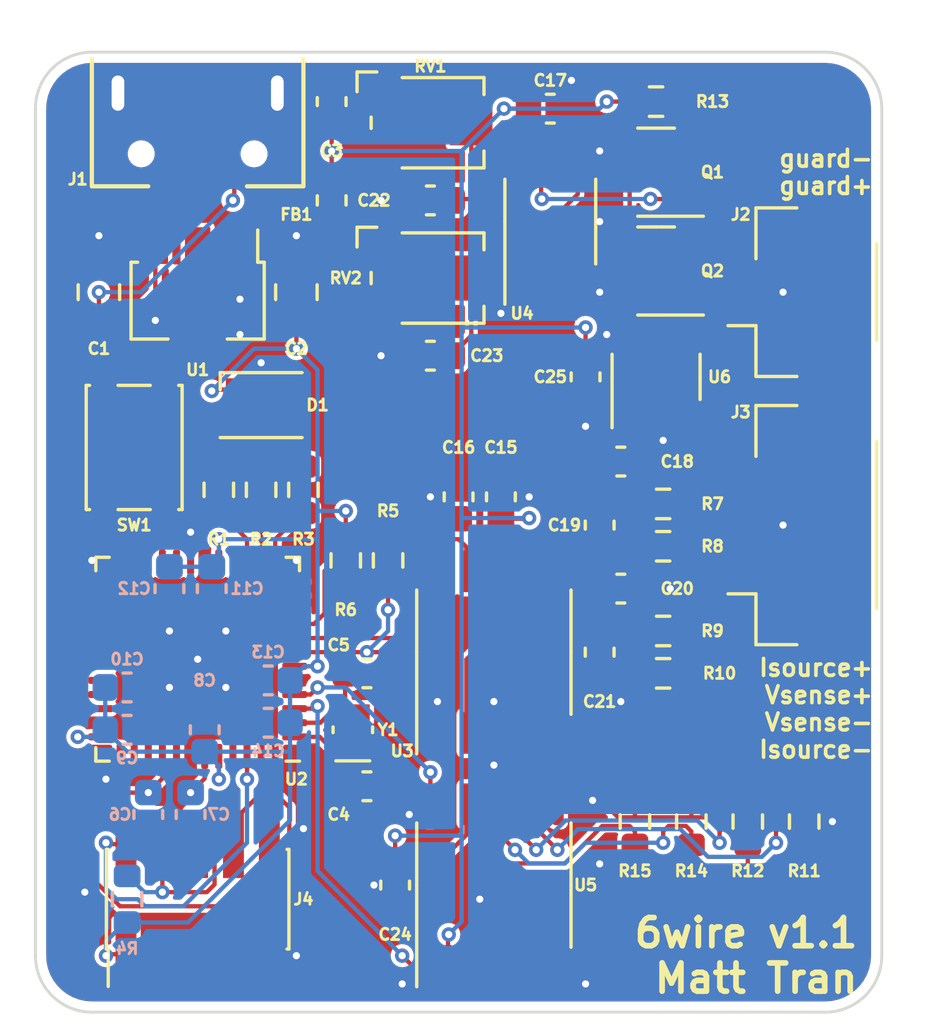
<source format=kicad_pcb>
(kicad_pcb (version 20240108) (generator "pcbnew") (generator_version "8.0")
  (layers (0 "F.Cu" signal) (31 "B.Cu" signal) (34 "B.Paste" user) (35 "F.Paste" user) (36 "B.SilkS" user "B.Silkscreen") (37 "F.SilkS" user "F.Silkscreen") (38 "B.Mask" user) (39 "F.Mask" user) (44 "Edge.Cuts" user))
  (net 0 "")
  (net 1 "GND")
  (net 2 "+5V")
  (net 3 "+3V3")
  (net 4 "+3.3VA")
  (net 5 "Net-(C4-Pad2)")
  (net 6 "Net-(C5-Pad2)")
  (net 7 "/samd21g16b/RST")
  (net 8 "Net-(C7-Pad2)")
  (net 9 "Net-(C18-Pad2)")
  (net 10 "Net-(C19-Pad2)")
  (net 11 "Net-(C21-Pad1)")
  (net 12 "Net-(C21-Pad2)")
  (net 13 "Net-(C22-Pad1)")
  (net 14 "Net-(C23-Pad1)")
  (net 15 "Net-(D1-Pad2)")
  (net 16 "Net-(D1-Pad3)")
  (net 17 "Net-(D1-Pad4)")
  (net 18 "/samd21g16b/USB_D-")
  (net 19 "/samd21g16b/USB_D+")
  (net 21 "/guard/guard+")
  (net 22 "/guard/guard-")
  (net 23 "/4wire/Isource+")
  (net 24 "/4wire/Vsense+")
  (net 25 "/4wire/Vsense-")
  (net 26 "/4wire/REF+")
  (net 27 "/samd21g16b/RX")
  (net 28 "/samd21g16b/TX")
  (net 29 "/samd21g16b/SWCLK")
  (net 30 "/samd21g16b/SWDIO")
  (net 31 "Net-(Q1-Pad1)")
  (net 32 "Net-(Q1-Pad2)")
  (net 33 "Net-(Q1-Pad3)")
  (net 34 "/samd21g16b/LED_B")
  (net 35 "/samd21g16b/LED_G")
  (net 36 "/samd21g16b/LED_R")
  (net 37 "/4wire/SDA")
  (net 38 "/4wire/SCL")
  (net 39 "/4wire/REF-")
  (net 40 "Net-(R11-Pad2)")
  (net 41 "Net-(R12-Pad2)")
  (net 42 "Net-(R14-Pad2)")
  (net 43 "Net-(R15-Pad2)")
  (net 44 "/samd21g16b/BUT")
  (net 47 "/4wire/DRDY")
  (net 48 "/4wire/RNG_A0")
  (net 49 "/4wire/RNG_A1")
  (net 72 "Net-(Q2-Pad1)")
  (footprint "Inductor_SMD:L_0603_1608Metric" (layer "F.Cu") (at 154.75 83.75 90)
    (property "Reference" "FB1")
    (property "Value" "Ferrite")
  )
  (footprint "Package_TO_SOT_SMD:SOT-23" (layer "F.Cu") (at 166.25 86.25 180)
    (property "Reference" "Q2")
    (property "Value" "DMP3099L")
  )
  (footprint "Capacitor_SMD:C_0603_1608Metric" (layer "F.Cu") (at 162.5 80.5 180)
    (property "Reference" "C17")
    (property "Value" "100n")
  )
  (footprint "Capacitor_SMD:C_0603_1608Metric" (layer "F.Cu") (at 157 108 -90)
    (property "Reference" "C24")
    (property "Value" "1u")
  )
  (footprint "Capacitor_SMD:C_0603_1608Metric" (layer "F.Cu") (at 158.25 83.75 180)
    (property "Reference" "C22")
    (property "Value" "100n")
  )
  (footprint "Capacitor_SMD:C_0603_1608Metric" (layer "F.Cu") (at 156 100.5 180)
    (property "Reference" "C5")
    (property "Value" "10p")
  )
  (footprint "Package_SO:TSSOP-16_4.4x5mm_P0.65mm" (layer "F.Cu") (at 160.5 99.75 90)
    (property "Reference" "U3")
    (property "Value" "ADS122C04")
  )
  (footprint "Potentiometer_SMD:Potentiometer_Bourns_TC33X_Vertical" (layer "F.Cu") (at 158.25 86.5)
    (property "Reference" "RV2")
    (property "Value" "1M")
  )
  (footprint "Resistor_SMD:R_0603_1608Metric" (layer "F.Cu") (at 166.25 80.25)
    (property "Reference" "R13")
    (property "Value" "10")
  )
  (footprint "Package_SO:MSOP-8_3x3mm_P0.65mm" (layer "F.Cu") (at 162.5 84.5 90)
    (property "Reference" "U4")
    (property "Value" "MCP6L02x-xMS")
  )
  (footprint "LED_SMD:LED_Cree-PLCC4_2x2mm_CW" (layer "F.Cu") (at 152.25 91)
    (property "Reference" "D1")
    (property "Value" "LED_ARGB")
  )
  (footprint "Connector_JST:JST_GH_SM04B-GHS-TB_1x04-1MP_P1.25mm_Horizontal" (layer "F.Cu") (at 171.5 95.25 90)
    (property "Reference" "J3")
    (property "Value" "4wire")
  )
  (footprint "Resistor_SMD:R_0603_1608Metric" (layer "F.Cu") (at 150.75 94 90)
    (property "Reference" "R1")
    (property "Value" "150")
  )
  (footprint "Resistor_SMD:R_0603_1608Metric" (layer "F.Cu") (at 165.5 105.75 -90)
    (property "Reference" "R15")
    (property "Value" "10")
  )
  (footprint "Capacitor_SMD:C_0603_1608Metric" (layer "F.Cu") (at 156 104.5 180)
    (property "Reference" "C4")
    (property "Value" "10p")
  )
  (footprint "Capacitor_SMD:C_0603_1608Metric" (layer "F.Cu") (at 158.25 89.25 180)
    (property "Reference" "C23")
    (property "Value" "100n")
  )
  (footprint "Capacitor_SMD:C_0603_1608Metric" (layer "F.Cu") (at 154.75 80.25 90)
    (property "Reference" "C3")
    (property "Value" "1u")
  )
  (footprint "Resistor_SMD:R_0603_1608Metric" (layer "F.Cu") (at 166.5 96)
    (property "Reference" "R8")
    (property "Value" "1k")
  )
  (footprint "Package_TO_SOT_SMD:SOT-89-3" (layer "F.Cu") (at 150 87 -90)
    (property "Reference" "U1")
    (property "Value" "AZ1117-3.3")
  )
  (footprint "Resistor_SMD:R_0603_1608Metric" (layer "F.Cu") (at 166.5 100.5)
    (property "Reference" "R10")
    (property "Value" "1k")
  )
  (footprint "Capacitor_SMD:C_0805_2012Metric" (layer "F.Cu") (at 146.5 87 -90)
    (property "Reference" "C1")
    (property "Value" "10u")
  )
  (footprint "Resistor_SMD:R_0603_1608Metric" (layer "F.Cu") (at 166.5 94.5)
    (property "Reference" "R7")
    (property "Value" "1k")
  )
  (footprint "Package_TO_SOT_SMD:SOT-23" (layer "F.Cu") (at 166.25 82.75 180)
    (property "Reference" "Q1")
    (property "Value" "DMP3099L")
  )
  (footprint "Crystal:Crystal_SMD_MicroCrystal_CM9V-T1A-2Pin_1.6x1.0mm" (layer "F.Cu") (at 155.5 102.5 90)
    (property "Reference" "Y1")
    (property "Value" "32.768kHz")
  )
  (footprint "extraparts:USB_Micro-B_U254-05" (layer "F.Cu") (at 150 78.5 180)
    (property "Reference" "J1")
    (property "Value" "USB_B_Micro")
  )
  (footprint "Package_TO_SOT_SMD:SOT-23-6" (layer "F.Cu") (at 166.25 90 90)
    (property "Reference" "U6")
    (property "Value" "MAX4238AUT")
  )
  (footprint "Button_Switch_SMD:SW_SPST_PTS810" (layer "F.Cu") (at 147.75 92.5 90)
    (property "Reference" "SW1")
    (property "Value" "BUT")
  )
  (footprint "Resistor_SMD:R_0603_1608Metric" (layer "F.Cu") (at 156.75 96.5 -90)
    (property "Reference" "R5")
    (property "Value" "2k2")
  )
  (footprint "Capacitor_SMD:C_0603_1608Metric" (layer "F.Cu") (at 160.75 94.25 -90)
    (property "Reference" "C15")
    (property "Value" "100n")
  )
  (footprint "Resistor_SMD:R_0603_1608Metric" (layer "F.Cu") (at 169.5 105.75 -90)
    (property "Reference" "R12")
    (property "Value" "10M")
  )
  (footprint "Resistor_SMD:R_0603_1608Metric" (layer "F.Cu") (at 153.75 94 90)
    (property "Reference" "R3")
    (property "Value" "150")
  )
  (footprint "Connector_JST:JST_GH_SM02B-GHS-TB_1x02-1MP_P1.25mm_Horizontal" (layer "F.Cu") (at 171.5 87 90)
    (property "Reference" "J2")
    (property "Value" "guard")
  )
  (footprint "Package_SO:TSSOP-16_4.4x5mm_P0.65mm" (layer "F.Cu") (at 160.5 108 90)
    (property "Reference" "U5")
    (property "Value" "MAX4639EUE")
  )
  (footprint "Capacitor_SMD:C_0603_1608Metric" (layer "F.Cu") (at 164.25 95.25 -90)
    (property "Reference" "C19")
    (property "Value" "100n")
  )
  (footprint "Potentiometer_SMD:Potentiometer_Bourns_TC33X_Vertical" (layer "F.Cu") (at 158.25 81)
    (property "Reference" "RV1")
    (property "Value" "1M")
  )
  (footprint "Capacitor_SMD:C_0603_1608Metric" (layer "F.Cu") (at 165 97.5)
    (property "Reference" "C20")
    (property "Value" "10n")
  )
  (footprint "Capacitor_SMD:C_0603_1608Metric" (layer "F.Cu") (at 163.75 90 -90)
    (property "Reference" "C25")
    (property "Value" "100n")
  )
  (footprint "Resistor_SMD:R_0603_1608Metric" (layer "F.Cu") (at 167.5 105.75 -90)
    (property "Reference" "R14")
    (property "Value" "10k")
  )
  (footprint "Capacitor_SMD:C_0603_1608Metric" (layer "F.Cu") (at 165 93 180)
    (property "Reference" "C18")
    (property "Value" "10n")
  )
  (footprint "Capacitor_SMD:C_0805_2012Metric" (layer "F.Cu") (at 153.5 87 90)
    (property "Reference" "C2")
    (property "Value" "10u")
  )
  (footprint "Resistor_SMD:R_0603_1608Metric" (layer "F.Cu") (at 166.5 99)
    (property "Reference" "R9")
    (property "Value" "1k")
  )
  (footprint "Capacitor_SMD:C_0603_1608Metric" (layer "F.Cu") (at 164.25 99.75 -90)
    (property "Reference" "C21")
    (property "Value" "100n")
  )
  (footprint "Capacitor_SMD:C_0603_1608Metric" (layer "F.Cu") (at 159.25 94.25 90)
    (property "Reference" "C16")
    (property "Value" "100n")
  )
  (footprint "Package_DFN_QFN:QFN-48-1EP_7x7mm_P0.5mm_EP5.15x5.15mm" (layer "F.Cu") (at 150 100 180)
    (property "Reference" "U2")
    (property "Value" "ATSAMD21G16B-M")
  )
  (footprint "Resistor_SMD:R_0603_1608Metric" (layer "F.Cu") (at 152.25 94 90)
    (property "Reference" "R2")
    (property "Value" "150")
  )
  (footprint "Connector_PinHeader_1.27mm:PinHeader_2x05_P1.27mm_Vertical_SMD" (layer "F.Cu") (at 150 108.5 90)
    (property "Reference" "J4")
    (property "Value" "SWD/UART")
  )
  (footprint "Resistor_SMD:R_0603_1608Metric" (layer "F.Cu") (at 171.5 105.75 -90)
    (property "Reference" "R11")
    (property "Value" "DNP")
  )
  (footprint "Resistor_SMD:R_0603_1608Metric" (layer "F.Cu") (at 155.25 96.5 -90)
    (property "Reference" "R6")
    (property "Value" "2k2")
  )
  (footprint "Capacitor_SMD:C_0603_1608Metric" (layer "B.Cu") (at 147.5 102.5)
    (property "Reference" "C9")
    (property "Value" "100n")
  )
  (footprint "Resistor_SMD:R_0603_1608Metric" (layer "B.Cu") (at 147.5 108.5 90)
    (property "Reference" "R4")
    (property "Value" "1k")
  )
  (footprint "Capacitor_SMD:C_0603_1608Metric" (layer "B.Cu") (at 150.25 102.5 90)
    (property "Reference" "C8")
    (property "Value" "100n")
  )
  (footprint "Capacitor_SMD:C_0603_1608Metric" (layer "B.Cu") (at 152.5 100.75 180)
    (property "Reference" "C13")
    (property "Value" "100n")
  )
  (footprint "Capacitor_SMD:C_0603_1608Metric" (layer "B.Cu") (at 150.5 97.5 -90)
    (property "Reference" "C11")
    (property "Value" "100n")
  )
  (footprint "Capacitor_SMD:C_0603_1608Metric" (layer "B.Cu") (at 148.25 105.5 90)
    (property "Reference" "C6")
    (property "Value" "100n")
  )
  (footprint "Capacitor_SMD:C_0603_1608Metric" (layer "B.Cu") (at 149 97.5 -90)
    (property "Reference" "C12")
    (property "Value" "4.7u")
  )
  (footprint "Capacitor_SMD:C_0603_1608Metric" (layer "B.Cu") (at 152.5 102.25 180)
    (property "Reference" "C14")
    (property "Value" "4.7u")
  )
  (footprint "Capacitor_SMD:C_0603_1608Metric" (layer "B.Cu") (at 147.5 101)
    (property "Reference" "C10")
    (property "Value" "4.7u")
  )
  (footprint "Capacitor_SMD:C_0603_1608Metric" (layer "B.Cu") (at 149.75 105.5 90)
    (property "Reference" "C7")
    (property "Value" "4.7u")
  )
  (gr_line (start 172.25 112.5) (end 146.25 112.5) (stroke (width 0.1)) (layer "Edge.Cuts"))
  (gr_arc (start 146.25 112.5) (mid 144.835786 111.914214) (end 144.25 110.5) (stroke (width 0.1)) (layer "Edge.Cuts"))
  (gr_line (start 174.25 80.5) (end 174.25 110.5) (stroke (width 0.1)) (layer "Edge.Cuts"))
  (gr_line (start 146.25 78.5) (end 172.25 78.5) (stroke (width 0.1)) (layer "Edge.Cuts"))
  (gr_arc (start 172.25 78.5) (mid 173.664214 79.085786) (end 174.25 80.5) (stroke (width 0.1)) (layer "Edge.Cuts"))
  (gr_arc (start 144.25 80.5) (mid 144.835786 79.085786) (end 146.25 78.5) (stroke (width 0.1)) (layer "Edge.Cuts"))
  (gr_line (start 144.25 110.5) (end 144.25 80.5) (stroke (width 0.1)) (layer "Edge.Cuts"))
  (gr_arc (start 174.25 110.5) (mid 173.664214 111.914214) (end 172.25 112.5) (stroke (width 0.1)) (layer "Edge.Cuts"))
  (gr_text "6wire v1.1\nMatt Tran" (at 173.5 110.5 0) (layer "F.SilkS") (effects (font (size 1 1) (thickness 0.2)) (justify right)))
  (gr_text "Isource+\nVsense+\nVsense-\nIsource-" (at 174 101.75 0) (layer "F.SilkS") (effects (font (size 0.6 0.6) (thickness 0.127)) (justify right)))
  (gr_text "guard-\nguard+" (at 174 82.75 0) (layer "F.SilkS") (effects (font (size 0.6 0.6) (thickness 0.127)) (justify right)))
  (via (at 151.5 87.25) (size 0.508) (drill 0.254) (layers "F.Cu" "B.Cu") (net 1))
  (via (at 166.5 92.25) (size 0.508) (drill 0.254) (layers "F.Cu" "B.Cu") (net 1))
  (via (at 160.75 87.75) (size 0.508) (drill 0.254) (layers "F.Cu" "B.Cu") (net 1))
  (via (at 148.5 88) (size 0.508) (drill 0.254) (layers "F.Cu" "B.Cu") (net 1))
  (via (at 160.5 103.75) (size 0.508) (drill 0.254) (layers "F.Cu" "B.Cu") (net 1))
  (via (at 164.25 87) (size 0.508) (drill 0.254) (layers "F.Cu" "B.Cu") (net 1))
  (via (at 164.25 84.5) (size 0.508) (drill 0.254) (layers "F.Cu" "B.Cu") (net 1))
  (via (at 164.25 107.25) (size 0.508) (drill 0.254) (layers "F.Cu" "B.Cu") (net 1))
  (via (at 151 101) (size 0.508) (drill 0.254) (layers "F.Cu" "B.Cu") (net 1))
  (via (at 157.5 105.5) (size 0.508) (drill 0.254) (layers "F.Cu" "B.Cu") (net 1))
  (via (at 149.75 95.5) (size 0.508) (drill 0.254) (layers "F.Cu" "B.Cu") (net 1))
  (via (at 149 99) (size 0.508) (drill 0.254) (layers "F.Cu" "B.Cu") (net 1))
  (via (at 146.5 85) (size 0.508) (drill 0.254) (layers "F.Cu" "B.Cu") (net 1))
  (via (at 156.25 108) (size 0.508) (drill 0.254) (layers "F.Cu" "B.Cu") (net 1))
  (via (at 153.75 106) (size 0.508) (drill 0.254) (layers "F.Cu" "B.Cu") (net 1))
  (via (at 146 108.25) (size 0.508) (drill 0.254) (layers "F.Cu" "B.Cu") (net 1))
  (via (at 151.5 88.5) (size 0.508) (drill 0.254) (layers "F.Cu" "B.Cu") (net 1))
  (via (at 165 101.5) (size 0.508) (drill 0.254) (layers "F.Cu" "B.Cu") (net 1))
  (via (at 160 108.5) (size 0.508) (drill 0.254) (layers "F.Cu" "B.Cu") (net 1))
  (via (at 160.5 101.5) (size 0.508) (drill 0.254) (layers "F.Cu" "B.Cu") (net 1))
  (via (at 164.5 88.5) (size 0.508) (drill 0.254) (layers "F.Cu" "B.Cu") (net 1))
  (via (at 157.25 111.5) (size 0.508) (drill 0.254) (layers "F.Cu" "B.Cu") (net 1))
  (via (at 149 101) (size 0.508) (drill 0.254) (layers "F.Cu" "B.Cu") (net 1))
  (via (at 166.75 97.5) (size 0.508) (drill 0.254) (layers "F.Cu" "B.Cu") (net 1))
  (via (at 170.75 87) (size 0.508) (drill 0.254) (layers "F.Cu" "B.Cu") (net 1))
  (via (at 153.5 110.5) (size 0.508) (drill 0.254) (layers "F.Cu" "B.Cu") (net 1))
  (via (at 153.5 85) (size 0.508) (drill 0.254) (layers "F.Cu" "B.Cu") (net 1))
  (via (at 150 100) (size 0.508) (drill 0.254) (layers "F.Cu" "B.Cu") (net 1))
  (via (at 163.75 91.75) (size 0.508) (drill 0.254) (layers "F.Cu" "B.Cu") (net 1))
  (via (at 164.25 82) (size 0.508) (drill 0.254) (layers "F.Cu" "B.Cu") (net 1))
  (via (at 151 99) (size 0.508) (drill 0.254) (layers "F.Cu" "B.Cu") (net 1))
  (via (at 158.5 101.5) (size 0.508) (drill 0.254) (layers "F.Cu" "B.Cu") (net 1))
  (via (at 156.5 83.75) (size 0.508) (drill 0.254) (layers "F.Cu" "B.Cu") (net 1))
  (via (at 158.25 94.25) (size 0.508) (drill 0.254) (layers "F.Cu" "B.Cu") (net 1))
  (via (at 170.75 95.25) (size 0.508) (drill 0.254) (layers "F.Cu" "B.Cu") (net 1))
  (via (at 161.75 94.25) (size 0.508) (drill 0.254) (layers "F.Cu" "B.Cu") (net 1))
  (via (at 172.5 105.75) (size 0.508) (drill 0.254) (layers "F.Cu" "B.Cu") (net 1))
  (via (at 152.25 89.5) (size 0.508) (drill 0.254) (layers "F.Cu" "B.Cu") (net 1))
  (via (at 153.5 96.5) (size 0.508) (drill 0.254) (layers "F.Cu" "B.Cu") (net 1))
  (via (at 146.75 104.25) (size 0.508) (drill 0.254) (layers "F.Cu" "B.Cu") (net 1))
  (via (at 146.25 96.5) (size 0.508) (drill 0.254) (layers "F.Cu" "B.Cu") (net 1))
  (via (at 156.5 89.25) (size 0.508) (drill 0.254) (layers "F.Cu" "B.Cu") (net 1))
  (via (at 163.25 79.5) (size 0.508) (drill 0.254) (layers "F.Cu" "B.Cu") (net 1))
  (via (at 164 105) (size 0.508) (drill 0.254) (layers "F.Cu" "B.Cu") (net 1))
  (via (at 163.75 111.5) (size 0.508) (drill 0.254) (layers "F.Cu" "B.Cu") (net 1))
  (segment (start 146.5 87.95) (end 146.5 87) (width 0.1524) (layer "F.Cu") (net 2))
  (segment (start 147.55 87.95) (end 148.5 87) (width 0.1524) (layer "F.Cu") (net 2))
  (segment (start 146.5 87.95) (end 147.55 87.95) (width 0.1524) (layer "F.Cu") (net 2))
  (segment (start 148.5 87) (end 148.5 85.35) (width 0.1524) (layer "F.Cu") (net 2))
  (segment (start 151.3 82.6) (end 151.3 83.7) (width 0.1524) (layer "F.Cu") (net 2))
  (segment (start 151.3 83.7) (end 151.25 83.75) (width 0.1524) (layer "F.Cu") (net 2))
  (via (at 146.5 87) (size 0.508) (drill 0.254) (layers "F.Cu" "B.Cu") (net 2))
  (via (at 151.25 83.75) (size 0.508) (drill 0.254) (layers "F.Cu" "B.Cu") (net 2))
  (segment (start 146.5 87) (end 148 87) (width 0.1524) (layer "B.Cu") (net 2))
  (segment (start 148 87) (end 151.25 83.75) (width 0.1524) (layer "B.Cu") (net 2))
  (segment (start 159.25 95.025) (end 157.475 95.025) (width 0.1524) (layer "F.Cu") (net 3))
  (segment (start 147.46 110.45) (end 146.8 110.45) (width 0.1524) (layer "F.Cu") (net 3))
  (segment (start 146.5625 102.75) (end 145.75 102.75) (width 0.1524) (layer "F.Cu") (net 3))
  (segment (start 159.525 100.00625) (end 159.525 102.6125) (width 0.1524) (layer "F.Cu") (net 3))
  (segment (start 155.25 95.675) (end 155.25 94.75) (width 0.1524) (layer "F.Cu") (net 3))
  (segment (start 150.75 103.4375) (end 150.75 104.25) (width 0.1524) (layer "F.Cu") (net 3))
  (segment (start 153.75 87.95) (end 153.5 87.95) (width 0.1524) (layer "F.Cu") (net 3))
  (segment (start 154.75 84.5375) (end 154.75 86.95) (width 0.1524) (layer "F.Cu") (net 3))
  (segment (start 153.4375 100.25) (end 154.25 100.25) (width 0.1524) (layer "F.Cu") (net 3))
  (segment (start 156.825 95.675) (end 156.75 95.675) (width 0.1524) (layer "F.Cu") (net 3))
  (segment (start 150 87.95) (end 150 85.4375) (width 0.1524) (layer "F.Cu") (net 3))
  (segment (start 151.5 90.45) (end 150.55 90.45) (width 0.1524) (layer "F.Cu") (net 3))
  (segment (start 160.175 96.8875) (end 160.175 99.35625) (width 0.1524) (layer "F.Cu") (net 3))
  (segment (start 146.8 110.45) (end 146.75 110.5) (width 0.1524) (layer "F.Cu") (net 3))
  (segment (start 156.75 95.675) (end 155.25 95.675) (width 0.1524) (layer "F.Cu") (net 3))
  (segment (start 160.175 99.35625) (end 159.525 100.00625) (width 0.1524) (layer "F.Cu") (net 3))
  (segment (start 154.75 86.95) (end 153.75 87.95) (width 0.1524) (layer "F.Cu") (net 3))
  (segment (start 160.175 95.95) (end 159.25 95.025) (width 0.1524) (layer "F.Cu") (net 3))
  (segment (start 150.75 96.5625) (end 150.75 95.75) (width 0.1524) (layer "F.Cu") (net 3))
  (segment (start 150.55 90.45) (end 150.5 90.5) (width 0.1524) (layer "F.Cu") (net 3))
  (segment (start 160.175 96.8875) (end 160.175 95.95) (width 0.1524) (layer "F.Cu") (net 3))
  (segment (start 157.475 95.025) (end 156.825 95.675) (width 0.1524) (layer "F.Cu") (net 3))
  (segment (start 153.5 87.95) (end 153.5 89) (width 0.1524) (layer "F.Cu") (net 3))
  (segment (start 153.5 87.95) (end 150 87.95) (width 0.1524) (layer "F.Cu") (net 3))
  (via (at 150.75 104.25) (size 0.508) (drill 0.254) (layers "F.Cu" "B.Cu") (net 3))
  (via (at 150.5 90.5) (size 0.508) (drill 0.254) (layers "F.Cu" "B.Cu") (net 3))
  (via (at 150.75 95.75) (size 0.508) (drill 0.254) (layers "F.Cu" "B.Cu") (net 3))
  (via (at 154.25 100.25) (size 0.508) (drill 0.254) (layers "F.Cu" "B.Cu") (net 3))
  (via (at 155.25 94.75) (size 0.508) (drill 0.254) (layers "F.Cu" "B.Cu") (net 3))
  (via (at 153.5 89) (size 0.508) (drill 0.254) (layers "F.Cu" "B.Cu") (net 3))
  (via (at 145.75 102.75) (size 0.508) (drill 0.254) (layers "F.Cu" "B.Cu") (net 3))
  (via (at 146.75 110.5) (size 0.508) (drill 0.254) (layers "F.Cu" "B.Cu") (net 3))
  (segment (start 146.75 110) (end 147.425 109.325) (width 0.1524) (layer "B.Cu") (net 3))
  (segment (start 155.25 94.75) (end 154.25 94.75) (width 0.1524) (layer "B.Cu") (net 3))
  (segment (start 153.275 105.707593) (end 149.657593 109.325) (width 0.1524) (layer "B.Cu") (net 3))
  (segment (start 150.5 96.725) (end 149 96.725) (width 0.1524) (layer "B.Cu") (net 3))
  (segment (start 153.275 103.275) (end 153.275 105.707593) (width 0.1524) (layer "B.Cu") (net 3))
  (segment (start 154.25 94.75) (end 154.25 92.25) (width 0.1524) (layer "B.Cu") (net 3))
  (segment (start 145.75 102.75) (end 146.475 102.75) (width 0.1524) (layer "B.Cu") (net 3))
  (segment (start 150.75 104.25) (end 150.75 103.775) (width 0.1524) (layer "B.Cu") (net 3))
  (segment (start 146.475 102.75) (end 146.725 102.5) (width 0.1524) (layer "B.Cu") (net 3))
  (segment (start 154.25 95.75) (end 154.25 94.75) (width 0.1524) (layer "B.Cu") (net 3))
  (segment (start 146.75 110.5) (end 146.75 110) (width 0.1524) (layer "B.Cu") (net 3))
  (segment (start 146.725 102.5) (end 147.5 103.275) (width 0.1524) (layer "B.Cu") (net 3))
  (segment (start 154.25 100.25) (end 153.775 100.25) (width 0.1524) (layer "B.Cu") (net 3))
  (segment (start 153.5 89) (end 152 89) (width 0.1524) (layer "B.Cu") (net 3))
  (segment (start 150.75 95.75) (end 150.75 96.475) (width 0.1524) (layer "B.Cu") (net 3))
  (segment (start 147.425 109.325) (end 147.5 109.325) (width 0.1524) (layer "B.Cu") (net 3))
  (segment (start 154.25 100.25) (end 154.25 95.75) (width 0.1524) (layer "B.Cu") (net 3))
  (segment (start 150.75 103.775) (end 150.25 103.275) (width 0.1524) (layer "B.Cu") (net 3))
  (segment (start 153.775 100.25) (end 153.275 100.75) (width 0.1524) (layer "B.Cu") (net 3))
  (segment (start 150.25 103.275) (end 153.275 103.275) (width 0.1524) (layer "B.Cu") (net 3))
  (segment (start 154.25 89.75) (end 153.5 89) (width 0.1524) (layer "B.Cu") (net 3))
  (segment (start 146.725 101) (end 146.725 102.5) (width 0.1524) (layer "B.Cu") (net 3))
  (segment (start 153.275 102.25) (end 153.275 103.275) (width 0.1524) (layer "B.Cu") (net 3))
  (segment (start 154.25 92.25) (end 154.25 89.75) (width 0.1524) (layer "B.Cu") (net 3))
  (segment (start 152 89) (end 150.5 90.5) (width 0.1524) (layer "B.Cu") (net 3))
  (segment (start 150.75 95.75) (end 154.25 95.75) (width 0.1524) (layer "B.Cu") (net 3))
  (segment (start 149.657593 109.325) (end 147.5 109.325) (width 0.1524) (layer "B.Cu") (net 3))
  (segment (start 153.275 100.75) (end 153.275 102.25) (width 0.1524) (layer "B.Cu") (net 3))
  (segment (start 147.5 103.275) (end 150.25 103.275) (width 0.1524) (layer "B.Cu") (net 3))
  (segment (start 150.75 96.475) (end 150.5 96.725) (width 0.1524) (layer "B.Cu") (net 3))
  (segment (start 158.525 107.225) (end 159.525 106.225) (width 0.1524) (layer "F.Cu") (net 4))
  (segment (start 161.525 82.3875) (end 161.525 80.7) (width 0.1524) (layer "F.Cu") (net 4))
  (segment (start 165.425 80.25) (end 164.5 80.25) (width 0.1524) (layer "F.Cu") (net 4))
  (segment (start 163.75 88.25) (end 163.75 89.225) (width 0.1524) (layer "F.Cu") (net 4))
  (segment (start 154.75 81.025) (end 155.425 81.025) (width 0.1524) (layer "F.Cu") (net 4))
  (segment (start 157 107.225) (end 158.525 107.225) (width 0.1524) (layer "F.Cu") (net 4))
  (segment (start 166.25 88.8625) (end 165.3 88.8625) (width 0.1524) (layer "F.Cu") (net 4))
  (segment (start 160.825 95.1) (end 160.75 95.025) (width 0.1524) (layer "F.Cu") (net 4))
  (segment (start 155.425 81.025) (end 156.45 80) (width 0.1524) (layer "F.Cu") (net 4))
  (segment (start 163.75 89.225) (end 165.3 89.225) (width 0.1524) (layer "F.Cu") (net 4))
  (segment (start 161.525 80.7) (end 161.725 80.5) (width 0.1524) (layer "F.Cu") (net 4))
  (segment (start 165.3 89.225) (end 165.3 88.8625) (width 0.1524) (layer "F.Cu") (net 4))
  (segment (start 160.825 96.8875) (end 160.825 95.1) (width 0.1524) (layer "F.Cu") (net 4))
  (segment (start 160.75 95.025) (end 161.725 95.025) (width 0.1524) (layer "F.Cu") (net 4))
  (segment (start 159.525 106.225) (end 159.525 105.1375) (width 0.1524) (layer "F.Cu") (net 4))
  (segment (start 158.9 109.75) (end 158.875 109.775) (width 0.1524) (layer "F.Cu") (net 4))
  (segment (start 158.875 109.775) (end 158.875 110.8625) (width 0.1524) (layer "F.Cu") (net 4))
  (segment (start 154.75 81.025) (end 154.75 82) (width 0.1524) (layer "F.Cu") (net 4))
  (segment (start 161.725 80.5) (end 160.855902 80.5) (width 0.1524) (layer "F.Cu") (net 4))
  (segment (start 156.45 84.6625) (end 156.45 85.5) (width 0.1524) (layer "F.Cu") (net 4))
  (segment (start 154.75 82.9625) (end 156.45 84.6625) (width 0.1524) (layer "F.Cu") (net 4))
  (segment (start 154.75 82.9625) (end 154.75 82) (width 0.1524) (layer "F.Cu") (net 4))
  (segment (start 157 107.225) (end 157 106.25) (width 0.1524) (layer "F.Cu") (net 4))
  (segment (start 161.725 95.025) (end 161.75 95) (width 0.1524) (layer "F.Cu") (net 4))
  (via (at 157 106.25) (size 0.508) (drill 0.254) (layers "F.Cu" "B.Cu") (net 4))
  (via (at 164.5 80.25) (size 0.508) (drill 0.254) (layers "F.Cu" "B.Cu") (net 4))
  (via (at 161.75 95) (size 0.508) (drill 0.254) (layers "F.Cu" "B.Cu") (net 4))
  (via (at 154.75 82) (size 0.508) (drill 0.254) (layers "F.Cu" "B.Cu") (net 4))
  (via (at 160.855902 80.5) (size 0.508) (drill 0.254) (layers "F.Cu" "B.Cu") (net 4))
  (via (at 158.9 109.75) (size 0.508) (drill 0.254) (layers "F.Cu" "B.Cu") (net 4))
  (via (at 163.75 88.25) (size 0.508) (drill 0.254) (layers "F.Cu" "B.Cu") (net 4))
  (segment (start 161.75 95) (end 159.361804 95) (width 0.1524) (layer "B.Cu") (net 4))
  (segment (start 159.355902 109.294098) (end 159.355902 106.244098) (width 0.1524) (layer "B.Cu") (net 4))
  (segment (start 159.35 106.25) (end 159.355902 106.244098) (width 0.1524) (layer "B.Cu") (net 4))
  (segment (start 158.9 109.75) (end 159.355902 109.294098) (width 0.1524) (layer "B.Cu") (net 4))
  (segment (start 157 106.25) (end 159.35 106.25) (width 0.1524) (layer "B.Cu") (net 4))
  (segment (start 159.355902 82) (end 160.855902 80.5) (width 0.1524) (layer "B.Cu") (net 4))
  (segment (start 154.75 82) (end 159.355902 82) (width 0.1524) (layer "B.Cu") (net 4))
  (segment (start 159.355902 94.994098) (end 159.355902 106.244098) (width 0.1524) (layer "B.Cu") (net 4))
  (segment (start 159.361804 88.25) (end 159.355902 88.255902) (width 0.1524) (layer "B.Cu") (net 4))
  (segment (start 159.361804 95) (end 159.355902 94.994098) (width 0.1524) (layer "B.Cu") (net 4))
  (segment (start 164.25 80.5) (end 164.5 80.25) (width 0.1524) (layer "B.Cu") (net 4))
  (segment (start 159.355902 82) (end 159.355902 88.255902) (width 0.1524) (layer "B.Cu") (net 4))
  (segment (start 163.75 88.25) (end 159.361804 88.25) (width 0.1524) (layer "B.Cu") (net 4))
  (segment (start 159.355902 88.255902) (end 159.355902 94.994098) (width 0.1524) (layer "B.Cu") (net 4))
  (segment (start 160.855902 80.5) (end 164.25 80.5) (width 0.1524) (layer "B.Cu") (net 4))
  (segment (start 155.225 104.5) (end 155.225 103.375) (width 0.1524) (layer "F.Cu") (net 5))
  (segment (start 155.5 103.1) (end 154.675 103.1) (width 0.1524) (layer "F.Cu") (net 5))
  (segment (start 155.225 103.375) (end 155.5 103.1) (width 0.1524) (layer "F.Cu") (net 5))
  (segment (start 154.675 103.1) (end 154.325 102.75) (width 0.1524) (layer "F.Cu") (net 5))
  (segment (start 154.325 102.75) (end 153.4375 102.75) (width 0.1524) (layer "F.Cu") (net 5))
  (segment (start 153.4375 102.25) (end 154.35 102.25) (width 0.1524) (layer "F.Cu") (net 6))
  (segment (start 154.7 101.9) (end 155.5 101.9) (width 0.1524) (layer "F.Cu") (net 6))
  (segment (start 154.35 102.25) (end 154.7 101.9) (width 0.1524) (layer "F.Cu") (net 6))
  (segment (start 155.225 100.5) (end 155.225 101.625) (width 0.1524) (layer "F.Cu") (net 6))
  (segment (start 155.225 101.625) (end 155.5 101.9) (width 0.1524) (layer "F.Cu") (net 6))
  (segment (start 146.267889 107.767889) (end 147.25 108.75) (width 0.1524) (layer "F.Cu") (net 7))
  (segment (start 148.25 104.725) (end 147.025 104.725) (width 0.1524) (layer "F.Cu") (net 7))
  (segment (start 148.75 104.225) (end 148.25 104.725) (width 0.1524) (layer "F.Cu") (net 7))
  (segment (start 148.75 103.4375) (end 148.75 104.225) (width 0.1524) (layer "F.Cu") (net 7))
  (segment (start 152.54 107.36) (end 152.54 106.55) (width 0.1524) (layer "F.Cu") (net 7))
  (segment (start 151.15 108.75) (end 152.54 107.36) (width 0.1524) (layer "F.Cu") (net 7))
  (segment (start 147.025 104.725) (end 146.267889 105.482111) (width 0.1524) (layer "F.Cu") (net 7))
  (segment (start 146.267889 105.482111) (end 146.267889 107.767889) (width 0.1524) (layer "F.Cu") (net 7))
  (segment (start 147.25 108.75) (end 151.15 108.75) (width 0.1524) (layer "F.Cu") (net 7))
  (via (at 148.25 104.725) (size 0.508) (drill 0.254) (layers "F.Cu" "B.Cu") (net 7))
  (segment (start 150.25 103.4375) (end 150.25 104.225) (width 0.1524) (layer "F.Cu") (net 8))
  (segment (start 150.25 104.225) (end 149.75 104.725) (width 0.1524) (layer "F.Cu") (net 8))
  (via (at 149.75 104.725) (size 0.508) (drill 0.254) (layers "F.Cu" "B.Cu") (net 8))
  (segment (start 164.25 93.025) (end 164.225 93) (width 0.1524) (layer "F.Cu") (net 9))
  (segment (start 161.475 96.335969) (end 162.193409 95.61756) (width 0.1524) (layer "F.Cu") (net 9))
  (segment (start 164.25 94.475) (end 165.65 94.475) (width 0.1524) (layer "F.Cu") (net 9))
  (segment (start 162.193409 95.61756) (end 163.09122 95.61756) (width 0.1524) (layer "F.Cu") (net 9))
  (segment (start 164.25 94.475) (end 164.25 93.025) (width 0.1524) (layer "F.Cu") (net 9))
  (segment (start 165.65 94.475) (end 165.675 94.5) (width 0.1524) (layer "F.Cu") (net 9))
  (segment (start 164.23378 94.475) (end 164.25 94.475) (width 0.1524) (layer "F.Cu") (net 9))
  (segment (start 161.475 96.8875) (end 161.475 96.335969) (width 0.1524) (layer "F.Cu") (net 9))
  (segment (start 163.09122 95.61756) (end 164.23378 94.475) (width 0.1524) (layer "F.Cu") (net 9))
  (segment (start 162.539089 95.92188) (end 164.14688 95.92188) (width 0.1524) (layer "F.Cu") (net 10))
  (segment (start 164.25 97.475) (end 164.225 97.5) (width 0.1524) (layer "F.Cu") (net 10))
  (segment (start 164.14688 95.92188) (end 164.25 96.025) (width 0.1524) (layer "F.Cu") (net 10))
  (segment (start 164.25 96.025) (end 165.65 96.025) (width 0.1524) (layer "F.Cu") (net 10))
  (segment (start 162.125 96.8875) (end 162.125 96.335969) (width 0.1524) (layer "F.Cu") (net 10))
  (segment (start 165.65 96.025) (end 165.675 96) (width 0.1524) (layer "F.Cu") (net 10))
  (segment (start 162.125 96.335969) (end 162.539089 95.92188) (width 0.1524) (layer "F.Cu") (net 10))
  (segment (start 164.25 96.025) (end 164.25 97.475) (width 0.1524) (layer "F.Cu") (net 10))
  (segment (start 163.475 98.975) (end 164.25 98.975) (width 0.1524) (layer "F.Cu") (net 11))
  (segment (start 164.25 98.975) (end 165.65 98.975) (width 0.1524) (layer "F.Cu") (net 11))
  (segment (start 162.775 98.275) (end 163.475 98.975) (width 0.1524) (layer "F.Cu") (net 11))
  (segment (start 165.65 98.975) (end 165.675 99) (width 0.1524) (layer "F.Cu") (net 11))
  (segment (start 162.775 96.8875) (end 162.775 98.275) (width 0.1524) (layer "F.Cu") (net 11))
  (segment (start 162.775 101.225) (end 162.775 102.6125) (width 0.1524) (layer "F.Cu") (net 12))
  (segment (start 164.25 100.525) (end 165.65 100.525) (width 0.1524) (layer "F.Cu") (net 12))
  (segment (start 165.65 100.525) (end 165.675 100.5) (width 0.1524) (layer "F.Cu") (net 12))
  (segment (start 163.475 100.525) (end 162.775 101.225) (width 0.1524) (layer "F.Cu") (net 12))
  (segment (start 164.25 100.525) (end 163.475 100.525) (width 0.1524) (layer "F.Cu") (net 12))
  (segment (start 159.7 83.7) (end 160.25 84.25) (width 0.1524) (layer "F.Cu") (net 13))
  (segment (start 159.075 83.7) (end 159.025 83.75) (width 0.1524) (layer "F.Cu") (net 13))
  (segment (start 160.25 84.25) (end 162.75 84.25) (width 0.1524) (layer "F.Cu") (net 13))
  (segment (start 163.475 83.525) (end 163.475 82.3875) (width 0.1524) (layer "F.Cu") (net 13))
  (segment (start 159.7 83.7) (end 159.075 83.7) (width 0.1524) (layer "F.Cu") (net 13))
  (segment (start 159.7 81) (end 159.7 83.7) (width 0.1524) (layer "F.Cu") (net 13))
  (segment (start 162.75 84.25) (end 163.475 83.525) (width 0.1524) (layer "F.Cu") (net 13))
  (segment (start 162.175 85.675) (end 162 85.5) (width 0.1524) (layer "F.Cu") (net 14))
  (segment (start 159.7 86.45) (end 159.7 86.5) (width 0.1524) (layer "F.Cu") (net 14))
  (segment (start 162 85.5) (end 160.65 85.5) (width 0.1524) (layer "F.Cu") (net 14))
  (segment (start 159.025 89.2125) (end 159.7 88.5375) (width 0.1524) (layer "F.Cu") (net 14))
  (segment (start 162.175 86.6125) (end 162.175 85.675) (width 0.1524) (layer "F.Cu") (net 14))
  (segment (start 159.025 89.25) (end 159.025 89.2125) (width 0.1524) (layer "F.Cu") (net 14))
  (segment (start 160.65 85.5) (end 159.7 86.45) (width 0.1524) (layer "F.Cu") (net 14))
  (segment (start 159.7 88.5375) (end 159.7 86.5) (width 0.1524) (layer "F.Cu") (net 14))
  (segment (start 153 90.45) (end 153.125 90.45) (width 0.1524) (layer "F.Cu") (net 15))
  (segment (start 153.75 91.075) (end 153.75 93.175) (width 0.1524) (layer "F.Cu") (net 15))
  (segment (start 153.125 90.45) (end 153.75 91.075) (width 0.1524) (layer "F.Cu") (net 15))
  (segment (start 152.25 93.175) (end 152.325 93.175) (width 0.1524) (layer "F.Cu") (net 16))
  (segment (start 152.325 93.175) (end 153 92.5) (width 0.1524) (layer "F.Cu") (net 16))
  (segment (start 153 92.5) (end 153 91.55) (width 0.1524) (layer "F.Cu") (net 16))
  (segment (start 151.5 92.5) (end 151.5 91.55) (width 0.1524) (layer "F.Cu") (net 17))
  (segment (start 150.825 93.175) (end 151.5 92.5) (width 0.1524) (layer "F.Cu") (net 17))
  (segment (start 150.75 93.175) (end 150.825 93.175) (width 0.1524) (layer "F.Cu") (net 17))
  (segment (start 146.5625 101.25) (end 145.715528 101.25) (width 0.1524) (layer "F.Cu") (net 18))
  (segment (start 145.4024 84.563128) (end 145.813128 84.1524) (width 0.1524) (layer "F.Cu") (net 18))
  (segment (start 145.4024 100.936872) (end 145.4024 84.563128) (width 0.1524) (layer "F.Cu") (net 18))
  (segment (start 145.813128 84.1524) (end 150.063128 84.1524) (width 0.1524) (layer "F.Cu") (net 18))
  (segment (start 150.65 83.565528) (end 150.65 82.6) (width 0.1524) (layer "F.Cu") (net 18))
  (segment (start 150.063128 84.1524) (end 150.65 83.565528) (width 0.1524) (layer "F.Cu") (net 18))
  (segment (start 145.715528 101.25) (end 145.4024 100.936872) (width 0.1524) (layer "F.Cu") (net 18))
  (segment (start 149.6524 83.8476) (end 150 83.5) (width 0.1524) (layer "F.Cu") (net 19))
  (segment (start 145.784472 101.75) (end 145.0976 101.063128) (width 0.1524) (layer "F.Cu") (net 19))
  (segment (start 146.5625 101.75) (end 145.784472 101.75) (width 0.1524) (layer "F.Cu") (net 19))
  (segment (start 145.0976 101.063128) (end 145.0976 84.436872) (width 0.1524) (layer "F.Cu") (net 19))
  (segment (start 145.0976 84.436872) (end 145.686872 83.8476) (width 0.1524) (layer "F.Cu") (net 19))
  (segment (start 150 83.5) (end 150 82.6) (width 0.1524) (layer "F.Cu") (net 19))
  (segment (start 145.686872 83.8476) (end 149.6524 83.8476) (width 0.1524) (layer "F.Cu") (net 19))
  (segment (start 168 90) (end 169.65 88.35) (width 0.1524) (layer "F.Cu") (net 21))
  (segment (start 165.3 90.2) (end 165.5 90) (width 0.1524) (layer "F.Cu") (net 21))
  (segment (start 165.3 91.1375) (end 165.3 90.2) (width 0.1524) (layer "F.Cu") (net 21))
  (segment (start 165.5 90) (end 168 90) (width 0.1524) (layer "F.Cu") (net 21))
  (segment (start 169.65 88.35) (end 169.65 87.625) (width 0.1524) (layer "F.Cu") (net 21))
  (segment (start 167.8875 88.8625) (end 168.5 88.25) (width 0.1524) (layer "F.Cu") (net 22))
  (segment (start 168.5 88.25) (end 168.5 86.95) (width 0.1524) (layer "F.Cu") (net 22))
  (segment (start 169.075 86.375) (end 169.65 86.375) (width 0.1524) (layer "F.Cu") (net 22))
  (segment (start 167.2 88.8625) (end 167.8875 88.8625) (width 0.1524) (layer "F.Cu") (net 22))
  (segment (start 168.5 86.95) (end 169.075 86.375) (width 0.1524) (layer "F.Cu") (net 22))
  (segment (start 165.03125 85.5) (end 165.3125 85.78125) (width 0.1524) (layer "F.Cu") (net 23))
  (segment (start 171.25 88.25) (end 169.65 89.85) (width 0.1524) (layer "F.Cu") (net 23))
  (segment (start 163 85.5) (end 165.03125 85.5) (width 0.1524) (layer "F.Cu") (net 23))
  (segment (start 169.65 89.85) (end 169.65 93.375) (width 0.1524) (layer "F.Cu") (net 23))
  (segment (start 170.75 85.5) (end 171.25 86) (width 0.1524) (layer "F.Cu") (net 23))
  (segment (start 162.825 86.6125) (end 162.825 85.675) (width 0.1524) (layer "F.Cu") (net 23))
  (segment (start 162.825 85.675) (end 163 85.5) (width 0.1524) (layer "F.Cu") (net 23))
  (segment (start 167.75 86.25) (end 168.5 85.5) (width 0.1524) (layer "F.Cu") (net 23))
  (segment (start 171.25 86) (end 171.25 88.25) (width 0.1524) (layer "F.Cu") (net 23))
  (segment (start 168.5 85.5) (end 170.75 85.5) (width 0.1524) (layer "F.Cu") (net 23))
  (segment (start 165.3125 85.78125) (end 165.3125 86.25) (width 0.1524) (layer "F.Cu") (net 23))
  (segment (start 165.3125 86.25) (end 167.75 86.25) (width 0.1524) (layer "F.Cu") (net 23))
  (segment (start 169.65 94.625) (end 167.45 94.625) (width 0.1524) (layer "F.Cu") (net 24))
  (segment (start 167.45 94.625) (end 167.325 94.5) (width 0.1524) (layer "F.Cu") (net 24))
  (segment (start 167.2 91.1375) (end 167.2 93.05) (width 0.1524) (layer "F.Cu") (net 25))
  (segment (start 166.5 93.75) (end 166.5 95.175) (width 0.1524) (layer "F.Cu") (net 25))
  (segment (start 167.2 93.05) (end 166.5 93.75) (width 0.1524) (layer "F.Cu") (net 25))
  (segment (start 167.45 95.875) (end 167.325 96) (width 0.1524) (layer "F.Cu") (net 25))
  (segment (start 169.65 95.875) (end 167.45 95.875) (width 0.1524) (layer "F.Cu") (net 25))
  (segment (start 166.5 95.175) (end 167.325 96) (width 0.1524) (layer "F.Cu") (net 25))
  (segment (start 167.325 99) (end 168 99) (width 0.1524) (layer "F.Cu") (net 26))
  (segment (start 168.5 99.5) (end 168.5 102.5) (width 0.1524) (layer "F.Cu") (net 26))
  (segment (start 168.5 102.5) (end 167.75 103.25) (width 0.1524) (layer "F.Cu") (net 26))
  (segment (start 171.3 105.6) (end 169.5 105.6) (width 0.1524) (layer "F.Cu") (net 26))
  (segment (start 165.5 104.925) (end 165.5 105.6) (width 0.1524) (layer "F.Cu") (net 26))
  (segment (start 167.5 104.925) (end 167.5 105.6) (width 0.1524) (layer "F.Cu") (net 26))
  (segment (start 168 99) (end 168.5 99.5) (width 0.1524) (layer "F.Cu") (net 26))
  (segment (start 167.75 103.25) (end 165.25 103.25) (width 0.1524) (layer "F.Cu") (net 26))
  (segment (start 171.5 105.4) (end 171.3 105.6) (width 0.1524) (layer "F.Cu") (net 26))
  (segment (start 165.25 103.25) (end 164.5 104) (width 0.1524) (layer "F.Cu") (net 26))
  (segment (start 164.9 105.6) (end 165.5 105.6) (width 0.1524) (layer "F.Cu") (net 26))
  (segment (start 171.25 104) (end 171.5 104.25) (width 0.1524) (layer "F.Cu") (net 26))
  (segment (start 169.65 104) (end 171.25 104) (width 0.1524) (layer "F.Cu") (net 26))
  (segment (start 169.5 105.6) (end 167.5 105.6) (width 0.1524) (layer "F.Cu") (net 26))
  (segment (start 167.5 105.6) (end 165.5 105.6) (width 0.1524) (layer "F.Cu") (net 26))
  (segment (start 164.5 105.2) (end 164.9 105.6) (width 0.1524) (layer "F.Cu") (net 26))
  (segment (start 167.5 104) (end 169.5 104) (width 0.1524) (layer "F.Cu") (net 26))
  (segment (start 171.5 104.25) (end 171.5 104.925) (width 0.1524) (layer "F.Cu") (net 26))
  (segment (start 167.5 104.925) (end 167.5 104) (width 0.1524) (layer "F.Cu") (net 26))
  (segment (start 169.65 97.125) (end 169.65 104) (width 0.1524) (layer "F.Cu") (net 26))
  (segment (start 164.5 104) (end 164.5 105.2) (width 0.1524) (layer "F.Cu") (net 26))
  (segment (start 165.75 104) (end 167.5 104) (width 0.1524) (layer "F.Cu") (net 26))
  (segment (start 165.5 104.925) (end 165.5 104.25) (width 0.1524) (layer "F.Cu") (net 26))
  (segment (start 165.5 104.25) (end 165.75 104) (width 0.1524) (layer "F.Cu") (net 26))
  (segment (start 169.5 104.925) (end 169.5 105.6) (width 0.1524) (layer "F.Cu") (net 26))
  (segment (start 169.5 104) (end 169.65 104) (width 0.1524) (layer "F.Cu") (net 26))
  (segment (start 171.5 104.925) (end 171.5 105.4) (width 0.1524) (layer "F.Cu") (net 26))
  (segment (start 169.5 104.925) (end 169.5 104) (width 0.1524) (layer "F.Cu") (net 26))
  (segment (start 152.75 104.75) (end 153.25 105.25) (width 0.1524) (layer "F.Cu") (net 27))
  (segment (start 151.27 109.62) (end 151.27 110.45) (width 0.1524) (layer "F.Cu") (net 27))
  (segment (start 151.89 109) (end 151.27 109.62) (width 0.1524) (layer "F.Cu") (net 27))
  (segment (start 153.25 105.25) (end 153.25 108.5) (width 0.1524) (layer "F.Cu") (net 27))
  (segment (start 152.75 103.4375) (end 152.75 104.75) (width 0.1524) (layer "F.Cu") (net 27))
  (segment (start 152.75 109) (end 151.89 109) (width 0.1524) (layer "F.Cu") (net 27))
  (segment (start 153.25 108.5) (end 152.75 109) (width 0.1524) (layer "F.Cu") (net 27))
  (segment (start 151.27 105.72) (end 151.27 106.55) (width 0.1524) (layer "F.Cu") (net 28))
  (segment (start 152.25 103.4375) (end 152.25 104.74) (width 0.1524) (layer "F.Cu") (net 28))
  (segment (start 152.25 104.74) (end 151.27 105.72) (width 0.1524) (layer "F.Cu") (net 28))
  (segment (start 151.25 104.543778) (end 150.598111 105.195667) (width 0.1524) (layer "F.Cu") (net 29))
  (segment (start 151.25 103.4375) (end 151.25 104.543778) (width 0.1524) (layer "F.Cu") (net 29))
  (segment (start 150.326222 108.25) (end 148.75 108.25) (width 0.1524) (layer "F.Cu") (net 29))
  (segment (start 150.598111 107.978111) (end 150.326222 108.25) (width 0.1524) (layer "F.Cu") (net 29))
  (segment (start 150.598111 105.195667) (end 150.598111 107.978111) (width 0.1524) (layer "F.Cu") (net 29))
  (segment (start 148.75 106.57) (end 148.73 106.55) (width 0.1524) (layer "F.Cu") (net 29))
  (segment (start 148.75 108.25) (end 148.75 106.57) (width 0.1524) (layer "F.Cu") (net 29))
  (via (at 148.75 108.25) (size 0.508) (drill 0.254) (layers "F.Cu" "B.Cu") (net 29))
  (segment (start 148.75 108.25) (end 148.1125 108.25) (width 0.1524) (layer "B.Cu") (net 29))
  (segment (start 148.1125 108.25) (end 147.5375 107.675) (width 0.1524) (layer "B.Cu") (net 29))
  (segment (start 147.5375 107.675) (end 147.5 107.675) (width 0.1524) (layer "B.Cu") (net 29))
  (segment (start 147.46 106.55) (end 146.8 106.55) (width 0.1524) (layer "F.Cu") (net 30))
  (segment (start 146.8 106.55) (end 146.75 106.5) (width 0.1524) (layer "F.Cu") (net 30))
  (segment (start 151.75 103.4375) (end 151.75 104.25) (width 0.1524) (layer "F.Cu") (net 30))
  (via (at 146.75 106.5) (size 0.508) (drill 0.254) (layers "F.Cu" "B.Cu") (net 30))
  (via (at 151.75 104.25) (size 0.508) (drill 0.254) (layers "F.Cu" "B.Cu") (net 30))
  (segment (start 146.75 106.5) (end 146.75 108.125) (width 0.1524) (layer "B.Cu") (net 30))
  (segment (start 148.127726 108.75) (end 149.5 108.75) (width 0.1524) (layer "B.Cu") (net 30))
  (segment (start 147.877726 108.5) (end 148.127726 108.75) (width 0.1524) (layer "B.Cu") (net 30))
  (segment (start 149.5 108.75) (end 151.75 106.5) (width 0.1524) (layer "B.Cu") (net 30))
  (segment (start 147.125 108.5) (end 147.877726 108.5) (width 0.1524) (layer "B.Cu") (net 30))
  (segment (start 146.75 108.125) (end 147.125 108.5) (width 0.1524) (layer "B.Cu") (net 30))
  (segment (start 151.75 106.5) (end 151.75 104.25) (width 0.1524) (layer "B.Cu") (net 30))
  (segment (start 162.175 83.675) (end 162.175 82.3875) (width 0.1524) (layer "F.Cu") (net 31))
  (segment (start 162.2 83.7) (end 162.175 83.675) (width 0.1524) (layer "F.Cu") (net 31))
  (segment (start 167.1875 83.7) (end 166.05 83.7) (width 0.1524) (layer "F.Cu") (net 31))
  (via (at 162.2 83.7) (size 0.508) (drill 0.254) (layers "F.Cu" "B.Cu") (net 31))
  (via (at 166.05 83.7) (size 0.508) (drill 0.254) (layers "F.Cu" "B.Cu") (net 31))
  (segment (start 166.05 83.7) (end 162.2 83.7) (width 0.1524) (layer "B.Cu") (net 31))
  (segment (start 162.825 82.3875) (end 162.825 81.425) (width 0.1524) (layer "F.Cu") (net 32))
  (segment (start 162.825 81.425) (end 163 81.25) (width 0.1524) (layer "F.Cu") (net 32))
  (segment (start 166.25 80.5) (end 166.5 80.25) (width 0.1524) (layer "F.Cu") (net 32))
  (segment (start 163 81.25) (end 166 81.25) (width 0.1524) (layer "F.Cu") (net 32))
  (segment (start 166.5 80.25) (end 167.075 80.25) (width 0.1524) (layer "F.Cu") (net 32))
  (segment (start 166 81.25) (end 166.25 81) (width 0.1524) (layer "F.Cu") (net 32))
  (segment (start 167.075 81.6875) (end 167.1875 81.8) (width 0.1524) (layer "F.Cu") (net 32))
  (segment (start 166.25 81) (end 166.25 80.5) (width 0.1524) (layer "F.Cu") (net 32))
  (segment (start 167.075 80.25) (end 167.075 81.6875) (width 0.1524) (layer "F.Cu") (net 32))
  (segment (start 165.3125 84.5625) (end 166.05 85.3) (width 0.1524) (layer "F.Cu") (net 33))
  (segment (start 166.05 85.3) (end 167.1875 85.3) (width 0.1524) (layer "F.Cu") (net 33))
  (segment (start 165.3125 82.75) (end 165.3125 84.5625) (width 0.1524) (layer "F.Cu") (net 33))
  (segment (start 151.75 96.5625) (end 151.75 95.75) (width 0.1524) (layer "F.Cu") (net 34))
  (segment (start 150.825 94.825) (end 150.75 94.825) (width 0.1524) (layer "F.Cu") (net 34))
  (segment (start 151.75 95.75) (end 150.825 94.825) (width 0.1524) (layer "F.Cu") (net 34))
  (segment (start 152.25 96.5625) (end 152.25 94.825) (width 0.1524) (layer "F.Cu") (net 35))
  (segment (start 152.75 95.75) (end 153.675 94.825) (width 0.1524) (layer "F.Cu") (net 36))
  (segment (start 153.675 94.825) (end 153.75 94.825) (width 0.1524) (layer "F.Cu") (net 36))
  (segment (start 152.75 96.5625) (end 152.75 95.75) (width 0.1524) (layer "F.Cu") (net 36))
  (segment (start 156.75 97.325) (end 156.75 98.25) (width 0.1524) (layer "F.Cu") (net 37))
  (segment (start 158.875 98.465187) (end 158.875 96.8875) (width 0.1524) (layer "F.Cu") (net 37))
  (segment (start 156 99.75) (end 157.590187 99.75) (width 0.1524) (layer "F.Cu") (net 37))
  (segment (start 157.590187 99.75) (end 158.875 98.465187) (width 0.1524) (layer "F.Cu") (net 37))
  (segment (start 153.4375 99.75) (end 156 99.75) (width 0.1524) (layer "F.Cu") (net 37))
  (via (at 156 99.75) (size 0.508) (drill 0.254) (layers "F.Cu" "B.Cu") (net 37))
  (via (at 156.75 98.25) (size 0.508) (drill 0.254) (layers "F.Cu" "B.Cu") (net 37))
  (segment (start 156.75 99) (end 156 99.75) (width 0.1524) (layer "B.Cu") (net 37))
  (segment (start 156.75 98.25) (end 156.75 99) (width 0.1524) (layer "B.Cu") (net 37))
  (segment (start 158.225 98.525) (end 157.5 99.25) (width 0.1524) (layer "F.Cu") (net 38))
  (segment (start 158.225 96.8875) (end 158.225 98.525) (width 0.1524) (layer "F.Cu") (net 38))
  (segment (start 155.25 99.25) (end 153.4375 99.25) (width 0.1524) (layer "F.Cu") (net 38))
  (segment (start 157.5 99.25) (end 155.25 99.25) (width 0.1524) (layer "F.Cu") (net 38))
  (segment (start 155.25 97.325) (end 155.25 99.25) (width 0.1524) (layer "F.Cu") (net 38))
  (segment (start 166.5 102.5) (end 164.875 102.5) (width 0.1524) (layer "F.Cu") (net 39))
  (segment (start 163.5 103.875) (end 163.5 104.875) (width 0.1524) (layer "F.Cu") (net 39))
  (segment (start 167.325 101.675) (end 166.5 102.5) (width 0.1524) (layer "F.Cu") (net 39))
  (segment (start 163.2375 105.1375) (end 162.775 105.1375) (width 0.1524) (layer "F.Cu") (net 39))
  (segment (start 164.875 102.5) (end 163.5 103.875) (width 0.1524) (layer "F.Cu") (net 39))
  (segment (start 163.5 104.875) (end 163.2375 105.1375) (width 0.1524) (layer "F.Cu") (net 39))
  (segment (start 167.325 100.5) (end 167.325 101.675) (width 0.1524) (layer "F.Cu") (net 39))
  (segment (start 162.5 109.5) (end 162.125 109.875) (width 0.1524) (layer "F.Cu") (net 40))
  (segment (start 171.5 106.575) (end 171.5 107.25) (width 0.1524) (layer "F.Cu") (net 40))
  (segment (start 171.5 106.1) (end 171.30432 105.90432) (width 0.1524) (layer "F.Cu") (net 40))
  (segment (start 170.69568 105.90432) (end 170.5 106.1) (width 0.1524) (layer "F.Cu") (net 40))
  (segment (start 171.5 106.575) (end 171.5 106.1) (width 0.1524) (layer "F.Cu") (net 40))
  (segment (start 170.5 106.1) (end 170.5 106.5) (width 0.1524) (layer "F.Cu") (net 40))
  (segment (start 169.25 109.5) (end 162.5 109.5) (width 0.1524) (layer "F.Cu") (net 40))
  (segment (start 171.30432 105.90432) (end 170.69568 105.90432) (width 0.1524) (layer "F.Cu") (net 40))
  (segment (start 162.125 106.125) (end 162.75 106.75) (width 0.1524) (layer "F.Cu") (net 40))
  (segment (start 171.5 107.25) (end 169.25 109.5) (width 0.1524) (layer "F.Cu") (net 40))
  (segment (start 162.125 105.1375) (end 162.125 106.125) (width 0.1524) (layer "F.Cu") (net 40))
  (segment (start 162.125 109.875) (end 162.125 110.8625) (width 0.1524) (layer "F.Cu") (net 40))
  (via (at 162.75 106.75) (size 0.508) (drill 0.254) (layers "F.Cu" "B.Cu") (net 40))
  (via (at 170.5 106.5) (size 0.508) (drill 0.254) (layers "F.Cu" "B.Cu") (net 40))
  (segment (start 170.5 106.5) (end 170 107) (width 0.1524) (layer "B.Cu") (net 40))
  (segment (start 167.108794 106.017889) (end 163.482111 106.017889) (width 0.1524) (layer "B.Cu") (net 40))
  (segment (start 168.090905 107) (end 167.108794 106.017889) (width 0.1524) (layer "B.Cu") (net 40))
  (segment (start 170 107) (end 168.090905 107) (width 0.1524) (layer "B.Cu") (net 40))
  (segment (start 163.482111 106.017889) (end 162.75 106.75) (width 0.1524) (layer "B.Cu") (net 40))
  (segment (start 161.475 109.775) (end 161.475 110.8625) (width 0.1524) (layer "F.Cu") (net 41))
  (segment (start 169.5 106.575) (end 169.5 106.1) (width 0.1524) (layer "F.Cu") (net 41))
  (segment (start 169.5 106.1) (end 169.30432 105.90432) (width 0.1524) (layer "F.Cu") (net 41))
  (segment (start 169.5 107.25) (end 167.75 109) (width 0.1524) (layer "F.Cu") (net 41))
  (segment (start 161.475 105.1375) (end 161.475 106.225) (width 0.1524) (layer "F.Cu") (net 41))
  (segment (start 169.30432 105.90432) (end 168.69568 105.90432) (width 0.1524) (layer "F.Cu") (net 41))
  (segment (start 168.5 106.1) (end 168.5 106.5) (width 0.1524) (layer "F.Cu") (net 41))
  (segment (start 169.5 106.575) (end 169.5 107.25) (width 0.1524) (layer "F.Cu") (net 41))
  (segment (start 167.75 109) (end 162.25 109) (width 0.1524) (layer "F.Cu") (net 41))
  (segment (start 161.475 106.225) (end 162 106.75) (width 0.1524) (layer "F.Cu") (net 41))
  (segment (start 162.25 109) (end 161.475 109.775) (width 0.1524) (layer "F.Cu") (net 41))
  (segment (start 168.69568 105.90432) (end 168.5 106.1) (width 0.1524) (layer "F.Cu") (net 41))
  (via (at 168.5 106.5) (size 0.508) (drill 0.254) (layers "F.Cu" "B.Cu") (net 41))
  (via (at 162 106.75) (size 0.508) (drill 0.254) (layers "F.Cu" "B.Cu") (net 41))
  (segment (start 168.5 106.5) (end 167.713569 105.713569) (width 0.1524) (layer "B.Cu") (net 41))
  (segment (start 167.713569 105.713569) (end 163.036431 105.713569) (width 0.1524) (layer "B.Cu") (net 41))
  (segment (start 163.036431 105.713569) (end 162 106.75) (width 0.1524) (layer "B.Cu") (net 41))
  (segment (start 167.5 107.25) (end 166.25 108.5) (width 0.1524) (layer "F.Cu") (net 42))
  (segment (start 166.25 108.5) (end 161.930374 108.5) (width 0.1524) (layer "F.Cu") (net 42))
  (segment (start 166.69568 105.90432) (end 166.5 106.1) (width 0.1524) (layer "F.Cu") (net 42))
  (segment (start 160.825 106.325) (end 161.25 106.75) (width 0.1524) (layer "F.Cu") (net 42))
  (segment (start 160.825 109.605374) (end 160.825 110.8625) (width 0.1524) (layer "F.Cu") (net 42))
  (segment (start 166.5 106.1) (end 166.5 106.5) (width 0.1524) (layer "F.Cu") (net 42))
  (segment (start 167.5 106.1) (end 167.30432 105.90432) (width 0.1524) (layer "F.Cu") (net 42))
  (segment (start 160.825 105.1375) (end 160.825 106.325) (width 0.1524) (layer "F.Cu") (net 42))
  (segment (start 167.30432 105.90432) (end 166.69568 105.90432) (width 0.1524) (layer "F.Cu") (net 42))
  (segment (start 167.5 106.575) (end 167.5 106.1) (width 0.1524) (layer "F.Cu") (net 42))
  (segment (start 167.5 106.575) (end 167.5 107.25) (width 0.1524) (layer "F.Cu") (net 42))
  (segment (start 161.930374 108.5) (end 160.825 109.605374) (width 0.1524) (layer "F.Cu") (net 42))
  (via (at 166.5 106.5) (size 0.508) (drill 0.254) (layers "F.Cu" "B.Cu") (net 42))
  (via (at 161.25 106.75) (size 0.508) (drill 0.254) (layers "F.Cu" "B.Cu") (net 42))
  (segment (start 163.017889 107.232111) (end 161.732111 107.232111) (width 0.1524) (layer "B.Cu") (net 42))
  (segment (start 166.5 106.5) (end 163.75 106.5) (width 0.1524) (layer "B.Cu") (net 42))
  (segment (start 163.75 106.5) (end 163.017889 107.232111) (width 0.1524) (layer "B.Cu") (net 42))
  (segment (start 161.732111 107.232111) (end 161.25 106.75) (width 0.1524) (layer "B.Cu") (net 42))
  (segment (start 164.75 108) (end 161.5 108) (width 0.1524) (layer "F.Cu") (net 43))
  (segment (start 163.017889 107.232111) (end 160.982111 107.232111) (width 0.1524) (layer "F.Cu") (net 43))
  (segment (start 165.5 106.1) (end 165.30432 105.90432) (width 0.1524) (layer "F.Cu") (net 43))
  (segment (start 161.5 108) (end 160.175 109.325) (width 0.1524) (layer "F.Cu") (net 43))
  (segment (start 160.175 109.325) (end 160.175 110.8625) (width 0.1524) (layer "F.Cu") (net 43))
  (segment (start 165.5 107.25) (end 164.75 108) (width 0.1524) (layer "F.Cu") (net 43))
  (segment (start 165.5 106.575) (end 165.5 107.25) (width 0.1524) (layer "F.Cu") (net 43))
  (segment (start 160.175 106.425) (end 160.175 105.1375) (width 0.1524) (layer "F.Cu") (net 43))
  (segment (start 160.982111 107.232111) (end 160.175 106.425) (width 0.1524) (layer "F.Cu") (net 43))
  (segment (start 165.30432 105.90432) (end 164.34568 105.90432) (width 0.1524) (layer "F.Cu") (net 43))
  (segment (start 164.34568 105.90432) (end 163.017889 107.232111) (width 0.1524) (layer "F.Cu") (net 43))
  (segment (start 165.5 106.575) (end 165.5 106.1) (width 0.1524) (layer "F.Cu") (net 43))
  (segment (start 148.75 96.5625) (end 148.75 94.65) (width 0.1524) (layer "F.Cu") (net 44))
  (segment (start 148.75 94.65) (end 148.825 94.575) (width 0.1524) (layer "F.Cu") (net 44))
  (segment (start 158 95.75) (end 159.25 95.75) (width 0.1524) (layer "F.Cu") (net 47))
  (segment (start 154.5 96.875) (end 154.875 96.5) (width 0.1524) (layer "F.Cu") (net 47))
  (segment (start 159.25 95.75) (end 159.525 96.025) (width 0.1524) (layer "F.Cu") (net 47))
  (segment (start 159.525 96.025) (end 159.525 96.8875) (width 0.1524) (layer "F.Cu") (net 47))
  (segment (start 153.4375 98.75) (end 154.125 98.75) (width 0.1524) (layer "F.Cu") (net 47))
  (segment (start 154.875 96.5) (end 157.25 96.5) (width 0.1524) (layer "F.Cu") (net 47))
  (segment (start 154.125 98.75) (end 154.5 98.375) (width 0.1524) (layer "F.Cu") (net 47))
  (segment (start 157.25 96.5) (end 158 95.75) (width 0.1524) (layer "F.Cu") (net 47))
  (segment (start 154.5 98.375) (end 154.5 96.875) (width 0.1524) (layer "F.Cu") (net 47))
  (segment (start 153.4375 101.75) (end 154.162617 101.75) (width 0.1524) (layer "F.Cu") (net 48))
  (segment (start 154.162617 101.75) (end 154.251028 101.661589) (width 0.1524) (layer "F.Cu") (net 48))
  (segment (start 157.6125 110.8625) (end 157.25 110.5) (width 0.1524) (layer "F.Cu") (net 48))
  (segment (start 158.225 110.8625) (end 157.6125 110.8625) (width 0.1524) (layer "F.Cu") (net 48))
  (via (at 154.251028 101.661589) (size 0.508) (drill 0.254) (layers "F.Cu" "B.Cu") (net 48))
  (via (at 157.25 110.5) (size 0.508) (drill 0.254) (layers "F.Cu" "B.Cu") (net 48))
  (segment (start 154.251028 107.501028) (end 157.25 110.5) (width 0.1524) (layer "B.Cu") (net 48))
  (segment (start 154.251028 101.661589) (end 154.251028 107.501028) (width 0.1524) (layer "B.Cu") (net 48))
  (segment (start 158.25 104) (end 158.25 105.1125) (width 0.1524) (layer "F.Cu") (net 49))
  (segment (start 153.4375 101.25) (end 154 101.25) (width 0.1524) (layer "F.Cu") (net 49))
  (segment (start 154 101.25) (end 154.25 101) (width 0.1524) (layer "F.Cu") (net 49))
  (segment (start 158.25 105.1125) (end 158.225 105.1375) (width 0.1524) (layer "F.Cu") (net 49))
  (via (at 154.25 101) (size 0.508) (drill 0.254) (layers "F.Cu" "B.Cu") (net 49))
  (via (at 158.25 104) (size 0.508) (drill 0.254) (layers "F.Cu" "B.Cu") (net 49))
  (segment (start 154.25 101) (end 155.25 101) (width 0.1524) (layer "B.Cu") (net 49))
  (segment (start 155.25 101) (end 158.25 104) (width 0.1524) (layer "B.Cu") (net 49))
  (segment (start 161.525 87.525) (end 161.525 86.6125) (width 0.1524) (layer "F.Cu") (net 72))
  (segment (start 164.8 87.2) (end 164.25 87.75) (width 0.1524) (layer "F.Cu") (net 72))
  (segment (start 167.1875 87.2) (end 164.8 87.2) (width 0.1524) (layer "F.Cu") (net 72))
  (segment (start 161.75 87.75) (end 161.525 87.525) (width 0.1524) (layer "F.Cu") (net 72))
  (segment (start 164.25 87.75) (end 161.75 87.75) (width 0.1524) (layer "F.Cu") (net 72))
  (zone (net 1) (net_name "GND") (layers "F&B.Cu") (connect_pads yes (clearance 0.1524)) (min_thickness 0.1524) (fill yes (thermal_gap 0.508) (thermal_bridge_width 0.508))
    (polygon (pts (xy 174.25 112.5) (xy 144.25 112.5) (xy 144.25 78.5) (xy 174.25 78.5)))
  )
)
</source>
